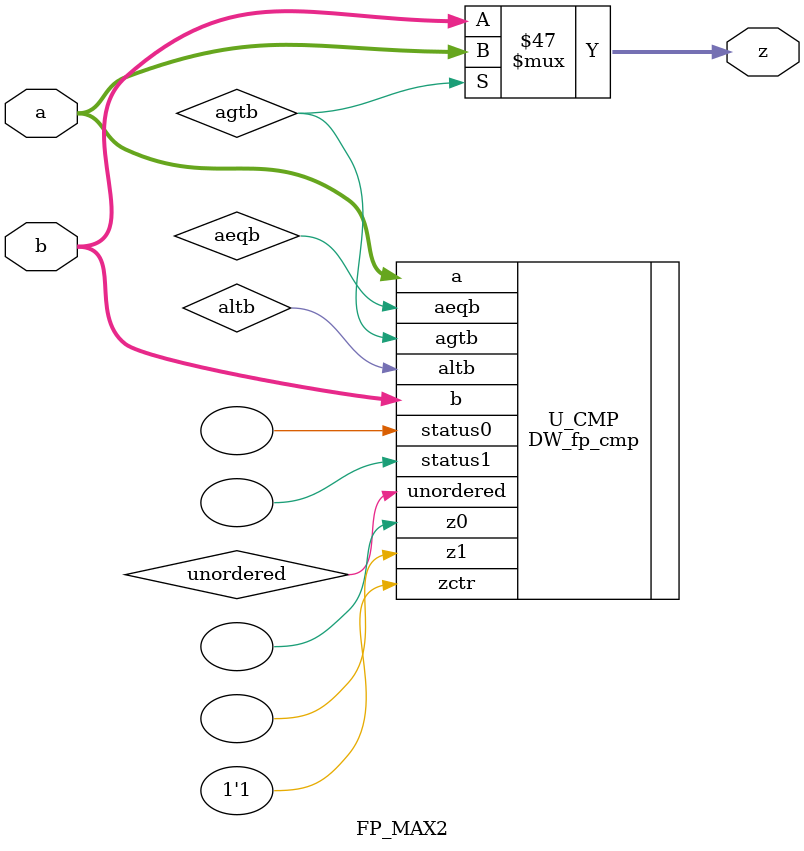
<source format=v>

module CNN(
    // Input Port
    clk,
    rst_n,
    in_valid,
    Image,
    Kernel_ch1,
    Kernel_ch2,
	Weight_Bias,
    task_number,
    mode,
    capacity_cost,
    // Output Port
    out_valid,
    out
    );

//---------------------------------------------------------------------
//   PARAMETER
//---------------------------------------------------------------------

// IEEE floating point parameter (You can't modify these parameters)
parameter inst_sig_width = 23;
parameter inst_exp_width = 8;
parameter inst_ieee_compliance = 0;
parameter inst_arch_type = 0;
parameter inst_arch = 0;
parameter inst_faithful_round = 0;

input           clk, rst_n, in_valid;
input   [31:0]  Image;
input   [31:0]  Kernel_ch1;
input   [31:0]  Kernel_ch2;
input   [31:0]  Weight_Bias;
input           task_number;
input   [1:0]   mode;
input   [3:0]   capacity_cost;
output  reg         out_valid;
output  reg [31:0]  out;



// PARAMETER & INTERGER
parameter   IDLE    = 2'd0,
            TASK0   = 2'd1,
            TASK1   = 2'd2;

parameter NUM_ADD   = 19,
          NUM_MULT  = 18;

parameter CONV_START = 8, ACT_START = 86, LINEAR_START = 96, LINEAR_START_2 = 102, SOFT_MAX_START = 105;
parameter [31:0] FP32_ONE     = 32'b00111111100000000000000000000000;
parameter [31:0] FP32_NEG_ONE = 32'b10111111100000000000000000000000;
parameter [31:0] LEAKY_ALPHA  = 32'b00111100001000111101011100001010;
parameter [31:0] ZERO         = 32'b00000000000000000000000000000000;
integer i, j, k;
integer r0, r1, r2, c0, c1, c2;

// REG & WIRE
reg [1:0]  cs, ns;
reg        out_valid_n;
reg [31:0] out_n;

reg [31:0] Image_Map       [0:5][0:5];
reg [31:0] Image_Map_n     [0:5][0:5];
reg [31:0] CONV_result     [0:1][0:5][0:5];
reg [31:0] CONV_result_n   [0:1][0:5][0:5];
reg [31:0] Kernel_A        [0:8];
reg [31:0] Kernel_A_n      [0:8];
reg [31:0] Kernel_B        [0:8];
reg [31:0] Kernel_B_n      [0:8];
reg [31:0] Kernel_C        [0:8];
reg [31:0] Kernel_C_n      [0:8];
reg [31:0] Kernel_D        [0:8];
reg [31:0] Kernel_D_n      [0:8];
reg [6:0]  input_idx, input_idx_n;  
reg [2:0]  row_idx, row_idx_n, col_idx, col_idx_n;
reg [2:0]  conv_row, conv_col, conv_row_n, conv_col_n;
reg [2:0]  conv_row2, conv_col2, conv_row2_n, conv_col2_n;
reg [31:0] Pooling_MAP   [0:1][0:1][0:1];
reg [31:0] Pooling_MAP_n [0:1][0:1][0:1];
reg [31:0] mult_a        [0:NUM_MULT - 1];
reg [31:0] mult_b        [0:NUM_MULT - 1];
reg [31:0] mult_out      [0:NUM_MULT - 1]; 
reg [7:0]  status_inst;
reg [1:0]  mode_n, mode_reg;
wire[2:0]  rnd_all = 3'b000;
reg [31:0] multi_result   [0:17];
reg [31:0] multi_result_n [0:17];

reg [31:0] add_a        [0:NUM_ADD - 1];
reg [31:0] add_b        [0:NUM_ADD - 1];
reg [31:0] add_out      [0:NUM_ADD - 1];
reg        add_op       [0:NUM_ADD - 1];
reg [31:0] stage2_reg    [0:9];
reg [31:0] stage2_reg_n  [0:9];

reg [31:0] stage3_reg    [0:5];
reg [31:0] stage3_reg_n  [0:5];

reg [31:0] stage4_reg    [0:3];
reg [31:0] stage4_reg_n  [0:3];

reg [31:0] exp_in, exp_out;
reg [31:0] div_a, div_b, div_out;

reg [31:0] denominator   [0:3];
reg [31:0] denominator_n [0:3];
reg [31:0] numerator     [0:3];
reg [31:0] numerator_n   [0:3];

reg [31:0] W1   [0:4][0:7];
reg [31:0] B1;
reg [31:0] W2   [0:2][0:4];
reg [31:0] B2;

reg [31:0] W1_n [0:4][0:7];
reg [31:0] B1_n;
reg [31:0] W2_n [0:2][0:4];
reg [31:0] B2_n;

reg [31:0] Linear_Map1   [0:7];
reg [31:0] Linear_Map1_n [0:7];
reg [31:0] Linear_Map2   [0:7];
reg [31:0] Linear_Map2_n [0:7];

reg [31:0] leaky_relu_out[0:2];

reg [3:0]  combination, combination_n;
reg [5:0]  cap_cost      [0:4];
reg [5:0]  cap_cost_n    [0:4];

reg [31:0] cmp_a;
reg [31:0] cmp_b;
wire agtb, aeqb;
reg no_candidate, no_candidat_n;
reg can_pre_count, can_pre_count_n;
// DESIGNWARE
genvar gi;
generate
  for (gi = 0; gi < NUM_MULT; gi = gi + 1) begin : G_MULT
    DW_fp_mult #(inst_sig_width, inst_exp_width, inst_ieee_compliance) u_mult ( .a(mult_a[gi]), .b(mult_b[gi]), .rnd(rnd_all), .z(mult_out[gi]), .status() );
  end

  for (gi = 0; gi < NUM_ADD; gi = gi + 1) begin : G_ADD
    DW_fp_addsub #(inst_sig_width, inst_exp_width, inst_ieee_compliance) u_add ( .a(add_a[gi]), .b(add_b[gi]), .rnd(rnd_all), .z(add_out[gi]), .op(add_op[gi]), .status() );
  end
endgenerate

DW_fp_exp #(inst_sig_width, inst_exp_width, inst_ieee_compliance, inst_arch) u_exp (.a(exp_in),.z(exp_out),.status());
DW_fp_div #(inst_sig_width, inst_exp_width, inst_ieee_compliance, inst_faithful_round) u_div( .a(div_a), .b(div_b), .rnd(rnd_all), .z(div_out), .status());
DW_fp_cmp #(inst_sig_width, inst_exp_width, inst_ieee_compliance) u_cmp(.a(cmp_a), .b(cmp_b), .zctr(1'b1), .aeqb(aeqb), .altb(), .agtb(agtb), .unordered(), .z0(), .z1(), .status0(), .status1());

genvar ch, Pr, Pc;
reg [31:0] Pooling_out  [0:1][0:1][0:1];
generate
  for (ch=0; ch<2; ch=ch+1) begin: GCH
    for (Pr=0; Pr<2; Pr=Pr+1) begin: GR
      for (Pc=0; Pc<2; Pc=Pc+1) begin: GC
        wire [2:0] gr0 = Pr*3;
        wire [2:0] gc0 = Pc*3;

        wire [31:0] w00 = CONV_result[ch][gr0+0][gc0+0];
        wire [31:0] w01 = CONV_result[ch][gr0+0][gc0+1];
        wire [31:0] w02 = CONV_result[ch][gr0+0][gc0+2];
        wire [31:0] w10 = CONV_result[ch][gr0+1][gc0+0];
        wire [31:0] w11 = CONV_result[ch][gr0+1][gc0+1];
        wire [31:0] w12 = CONV_result[ch][gr0+1][gc0+2];
        wire [31:0] w20 = CONV_result[ch][gr0+2][gc0+0];
        wire [31:0] w21 = CONV_result[ch][gr0+2][gc0+1];
        wire [31:0] w22 = CONV_result[ch][gr0+2][gc0+2];

        wire [31:0] m0, m1, m2, m3, m4, m5, m6, m7;

        FP_MAX2 #(inst_sig_width,inst_exp_width,inst_ieee_compliance) M0 (.a(w00), .b(w01), .z(m0));
        FP_MAX2 #(inst_sig_width,inst_exp_width,inst_ieee_compliance) M1 (.a(w02), .b(w10), .z(m1));
        FP_MAX2 #(inst_sig_width,inst_exp_width,inst_ieee_compliance) M2 (.a(w11), .b(w12), .z(m2));
        FP_MAX2 #(inst_sig_width,inst_exp_width,inst_ieee_compliance) M3 (.a(w20), .b(w21), .z(m3));

        FP_MAX2 #(inst_sig_width,inst_exp_width,inst_ieee_compliance) M4 (.a(m0), .b(m1), .z(m4));
        FP_MAX2 #(inst_sig_width,inst_exp_width,inst_ieee_compliance) M5 (.a(m2), .b(m3), .z(m5));
        FP_MAX2 #(inst_sig_width,inst_exp_width,inst_ieee_compliance) M6 (.a(m4), .b(m5), .z(m6));
        FP_MAX2 #(inst_sig_width,inst_exp_width,inst_ieee_compliance) M7 (.a(m6), .b(w22), .z(m7)); // 9th

        always @(*) begin
          Pooling_out[ch][Pr][Pc] = m7;
        end
      end
    end
  end
endgenerate

// =================== FSM ======================
always @(posedge clk or negedge rst_n) begin
    if(!rst_n) begin
        cs <= IDLE;
    end else begin
        cs <= ns;
    end
end

always @(*) begin
    ns = cs;
    case (cs)
        IDLE: begin
            if(in_valid) begin
                if(task_number == 0) begin
                    ns = TASK0;
                end else begin
                    ns = TASK1;
                end
            end
        end 

        TASK0: begin
            if(input_idx == 111) begin
                ns = IDLE;    
            end else begin
                ns = cs;
            end
        end

        TASK1: begin
            if(input_idx == 96 || (input_idx == 36 && no_candidate) || (input_idx == 51 && can_pre_count)) begin
                ns = IDLE;
            end else begin
                ns = cs;
            end
        end
        default: ns = IDLE; 
    endcase
end

// ===============================================


// =============== Sequential ====================
always @(posedge clk or negedge rst_n) begin
    if(!rst_n) begin
        
        for(i = 0; i < 6; i = i + 1) begin
           for(j = 0; j < 6; j = j + 1) begin
             Image_Map[i][j]      <= 0;
             CONV_result[0][i][j] <= 0;
             CONV_result[1][i][j] <= 0;
           end
        end

        for(i = 0; i < 9; i = i + 1) begin
           Kernel_A[i]  <= 0;
           Kernel_B[i]  <= 0;
           Kernel_C[i]  <= 0;
           Kernel_D[i]  <= 0;
        end

        for(i = 0; i < NUM_MULT; i = i + 1) begin
           multi_result[i] <= 0;
        end
        

        for(i = 0; i < 10; i = i + 1) begin
           stage2_reg[i]   <= 0;
        end

        for(i = 0; i < 6; i = i + 1) begin
           stage3_reg[i]   <= 0;
        end

        for(i = 0; i < 4; i = i + 1) begin
           stage4_reg[i]   <= 0;
        end

        for(i = 0; i < 5; i = i + 1) begin
          for(j = 0; j < 8; j = j + 1) begin
                W1[i][j]   <= 0;
          end
        end

        for(i = 0; i < 3; i = i + 1) begin
          for(j = 0; j < 5; j = j + 1) begin
                W2[i][j]   <= 0;
          end
        end

        B1                  <= 0;
        B2                  <= 0;
        input_idx           <= 0;
        row_idx             <= 0;
        col_idx             <= 0;
        mode_reg            <= 0;
        combination         <= 0;
        conv_col            <= 0;
        conv_row            <= 0;
        conv_col2           <= 0;
        conv_row2           <= 0;
        for(i = 0; i < 5; i = i + 1) begin
            cap_cost[i]     <= 0;
        end
        for(i = 0; i < 4; i = i + 1) begin
            denominator[i]  <= 0;
            numerator[i]    <= 0;
        end
        for(i = 0; i < 2; i = i + 1) begin
          for(j = 0; j < 2; j = j + 1) begin
            Pooling_MAP[0][i][j] <= 0;
            Pooling_MAP[1][i][j] <= 0;
          end
        end

        for(i = 0; i < 8; i = i + 1) begin
            Linear_Map1[i]  <= 0;
            Linear_Map2[i]  <= 0;
        end
        
        out_valid           <= 0;
        out                 <= 0;
    end else begin
        Image_Map        <= Image_Map_n;
        Kernel_A         <= Kernel_A_n;
        Kernel_B         <= Kernel_B_n;
        Kernel_C         <= Kernel_C_n;
        Kernel_D         <= Kernel_D_n;
        input_idx        <= input_idx_n;
        row_idx          <= row_idx_n;
        col_idx          <= col_idx_n;
        conv_row         <= conv_row_n;
        conv_col2        <= conv_col2_n;
        conv_row2        <= conv_row2_n;
        conv_col         <= conv_col_n;
        CONV_result      <= CONV_result_n;
        mode_reg         <= mode_n;
        multi_result     <= multi_result_n;
        stage2_reg       <= stage2_reg_n;
        stage3_reg       <= stage3_reg_n;
        stage4_reg       <= stage4_reg_n;
        out_valid        <= out_valid_n;
        out              <= out_n;
        Pooling_MAP      <= Pooling_MAP_n;
        denominator      <= denominator_n;
        numerator        <= numerator_n;
        W1               <= W1_n;
        W2               <= W2_n;
        B1               <= B1_n;
        B2               <= B2_n;
        Linear_Map1      <= Linear_Map1_n;
        Linear_Map2      <= Linear_Map2_n;
        combination      <= combination_n;
        cap_cost         <= cap_cost_n;
        no_candidate     <= no_candidat_n;
        can_pre_count    <= can_pre_count_n;
    end
end
// ===============================================

// ============== Combinational ==================
always @(*) begin
    Image_Map_n     = Image_Map;
    Kernel_A_n      = Kernel_A;
    Kernel_B_n      = Kernel_B;
    Kernel_C_n      = Kernel_C;
    Kernel_D_n      = Kernel_D;
    input_idx_n     = input_idx;
    row_idx_n       = row_idx;
    col_idx_n       = col_idx;
    conv_row_n      = conv_row;
    conv_col_n      = conv_col;
    conv_row2_n     = conv_row2;
    conv_col2_n     = conv_col2;
    CONV_result_n   = CONV_result;
    mode_n          = mode_reg;
    multi_result_n  = multi_result;
    stage2_reg_n    = stage2_reg;
    stage3_reg_n    = stage3_reg;
    stage4_reg_n    = stage4_reg;
    Pooling_MAP_n   = Pooling_MAP;
    out_n           = 0;
    out_valid_n     = 0;
    denominator_n   = denominator;
    numerator_n     = numerator;
    W1_n            = W1;
    W2_n            = W2;
    B1_n            = B1;
    B2_n            = B2;
    Linear_Map1_n   = Linear_Map1;
    Linear_Map2_n   = Linear_Map2;
    exp_in          = 0;
    div_a           = 0;
    div_b           = 0;
    combination_n   = combination;
    cap_cost_n      = cap_cost;
    cmp_a           = 0;
    cmp_b           = 0;
    no_candidat_n   = no_candidate;
    can_pre_count_n = can_pre_count;

    for(i = 0; i < 3; i = i + 1) begin
        leaky_relu_out[i] = 0;
    end
    for (i = 0; i < NUM_MULT; i = i + 1) begin
        mult_a[i]  = 0;
        mult_b[i]  = 0;
    end
    for (i = 0; i < NUM_ADD; i = i + 1) begin
        add_a[i]   = 0;
        add_b[i]   = 0;
        add_op[i]  = 0;
    end
    
    if(cs == IDLE) begin
        for(i = 0; i < 6; i = i + 1) begin
            for(j = 0; j < 6; j = j + 1) begin
              Image_Map_n[i][j]      = 0;
              CONV_result_n[0][i][j] = 0;
              CONV_result_n[1][i][j] = 0;
            end
        end
        for(i = 0; i < 9; i = i + 1) begin
            Kernel_A_n[i]  = 0;
            Kernel_B_n[i]  = 0;
            Kernel_C_n[i]  = 0;
            Kernel_D_n[i]  = 0;
        end
        for(i = 0; i < 10; i = i + 1) begin
           stage2_reg_n[i] = 0;
        end

        for(i = 0; i < 6; i = i + 1) begin
           stage3_reg_n[i] = 0;
        end

        for(i = 0; i < 4; i = i + 1) begin
           stage4_reg_n[i] = 0;
        end
        for(i = 0; i < 2; i = i + 1) begin
          for(j = 0; j < 2; j = j + 1) begin
            Pooling_MAP_n[0][i][j] = 0;
            Pooling_MAP_n[1][i][j] = 0;
          end
        end

        for(i = 0; i < 8; i = i + 1) begin
            Linear_Map1_n[i]  = 0;
            Linear_Map2_n[i]  = 0;
        end
        input_idx_n = 0;
        mode_n      = 0;
        out_valid_n = 0;
        out_n       = 0;
        if(in_valid) begin
            Image_Map_n[0][0] = Image;
            Kernel_A_n [8]    = Kernel_ch1;
            Kernel_B_n [8]    = Kernel_ch2;
            input_idx_n     = 1;
            row_idx_n       = 0;
            col_idx_n       = 1;
            conv_row_n      = 0;
            conv_col_n      = 0;
            conv_row2_n     = 0;
            conv_col2_n     = 0;
            mode_n          = mode;
            B2_n            = Weight_Bias;
            combination_n   = 0;
            cap_cost_n[4]   = capacity_cost;
            no_candidat_n   = 1;
            can_pre_count_n = 0;
        end
    end

    if(cs == TASK0 || cs == TASK1) begin
        input_idx_n  = input_idx + 1;
        col_idx_n    = col_idx == 5 ? 0 : col_idx + 1;
        row_idx_n    = col_idx == 5 ? row_idx + 1 : row_idx;
        if (row_idx == 5 && col_idx == 5) begin
            row_idx_n = 0;
            col_idx_n = 0;
        end

        
        
        if (input_idx == 43) begin
            conv_row_n = 0;
            conv_col_n = 0;
        end
        
        if(input_idx < 9) begin
            Kernel_A_n[8] = Kernel_ch1;
            Kernel_B_n[8] = Kernel_ch2;
            for(i = 0; i < 8; i = i + 1) begin
                Kernel_A_n[i] = Kernel_A[i + 1];
                Kernel_B_n[i] = Kernel_B[i + 1];
            end
        end else if(input_idx < 18) begin
            Kernel_C_n[8] = Kernel_ch1;
            Kernel_D_n[8] = Kernel_ch2;
            for(i = 0; i < 8; i = i + 1) begin
                Kernel_C_n[i] = Kernel_C[i + 1];
                Kernel_D_n[i] = Kernel_D[i + 1];
            end
        end

        // 1st convolution
        if(input_idx > CONV_START && input_idx < CONV_START + 37) begin //after 8 cycles of input, the kernel is done.
            conv_col_n = conv_col == 5 ? 0 : conv_col + 1;
            conv_row_n = conv_col == 5 ? conv_row == 5 ? 0: conv_row + 1 : conv_row;
            mult_a[ 0] = Kernel_A[ 0];
            mult_a[ 1] = Kernel_A[ 1];
            mult_a[ 2] = Kernel_A[ 2];
            mult_a[ 3] = Kernel_A[ 3];
            mult_a[ 4] = Kernel_A[ 4];
            mult_a[ 5] = Kernel_A[ 5];
            mult_a[ 6] = Kernel_A[ 6];
            mult_a[ 7] = Kernel_A[ 7];
            mult_a[ 8] = Kernel_A[ 8];
            mult_a[ 9] = Kernel_B[ 0];
            mult_a[10] = Kernel_B[ 1];
            mult_a[11] = Kernel_B[ 2];
            mult_a[12] = Kernel_B[ 3];
            mult_a[13] = Kernel_B[ 4];
            mult_a[14] = Kernel_B[ 5];
            mult_a[15] = Kernel_B[ 6];
            mult_a[16] = Kernel_B[ 7];
            mult_a[17] = Kernel_B[ 8];
            
            // 0, 1, 2
            // 3, 4, 5
            // 6, 7, 8
            r1 = conv_row;  c1 = conv_col;

            if (mode_reg[1] == 1'b0) begin
                // replicate
                r0 = (conv_row == 0) ? 0 : (conv_row - 1);
                r2 = (conv_row == 5) ? 5 : (conv_row + 1);
                c0 = (conv_col == 0) ? 0 : (conv_col - 1);
                c2 = (conv_col == 5) ? 5 : (conv_col + 1);
            end else begin
                // reflect
                r0 = (conv_row == 0) ? 1 : (conv_row - 1);
                r2 = (conv_row == 5) ? 4 : (conv_row + 1);
                c0 = (conv_col == 0) ? 1 : (conv_col - 1);
                c2 = (conv_col == 5) ? 4 : (conv_col + 1);
            end

            // ====== Pipeline Stage1 =======

            mult_b[0]          = Image_Map[r0][c0];
            mult_b[1]          = Image_Map[r0][c1];
            mult_b[2]          = Image_Map[r0][c2];
            mult_b[3]          = Image_Map[r1][c0];
            mult_b[4]          = Image_Map[r1][c1];
            mult_b[5]          = Image_Map[r1][c2];
            mult_b[6]          = Image_Map[r2][c0];
            mult_b[7]          = Image_Map[r2][c1];
            mult_b[8]          = Image_Map[r2][c2];

            mult_b[ 9]         = mult_b[0];
            mult_b[10]         = mult_b[1];
            mult_b[11]         = mult_b[2];
            mult_b[12]         = mult_b[3];
            mult_b[13]         = mult_b[4];
            mult_b[14]         = mult_b[5];
            mult_b[15]         = mult_b[6];
            mult_b[16]         = mult_b[7];
            mult_b[17]         = mult_b[8];
            
            multi_result_n[ 0] = mult_out[ 0];
            multi_result_n[ 1] = mult_out[ 1]; 
            multi_result_n[ 2] = mult_out[ 2]; 
            multi_result_n[ 3] = mult_out[ 3]; 
            multi_result_n[ 4] = mult_out[ 4]; 
            multi_result_n[ 5] = mult_out[ 5]; 
            multi_result_n[ 6] = mult_out[ 6]; 
            multi_result_n[ 7] = mult_out[ 7]; 
            multi_result_n[ 8] = mult_out[ 8]; 
            multi_result_n[ 9] = mult_out[ 9]; 
            multi_result_n[10] = mult_out[10]; 
            multi_result_n[11] = mult_out[11]; 
            multi_result_n[12] = mult_out[12]; 
            multi_result_n[13] = mult_out[13]; 
            multi_result_n[14] = mult_out[14]; 
            multi_result_n[15] = mult_out[15]; 
            multi_result_n[16] = mult_out[16];
            multi_result_n[17] = mult_out[17];
            // ==============================

            // ====== Pipeline Stage2 =======
            add_a[ 0]          = multi_result[ 0];
            add_b[ 0]          = multi_result[ 1];
            add_a[ 1]          = multi_result[ 2];
            add_b[ 1]          = multi_result[ 3];
            add_a[ 2]          = multi_result[ 4];
            add_b[ 2]          = multi_result[ 5];
            add_a[ 3]          = multi_result[ 6];
            add_b[ 3]          = multi_result[ 7];

            
            add_a[ 4]          = multi_result[ 9];
            add_b[ 4]          = multi_result[10];
            add_a[ 5]          = multi_result[11];
            add_b[ 5]          = multi_result[12];
            add_a[ 6]          = multi_result[13];
            add_b[ 6]          = multi_result[14];
            add_a[ 7]          = multi_result[15];
            add_b[ 7]          = multi_result[16];


            stage2_reg_n[0]    = add_out[0];
            stage2_reg_n[1]    = add_out[1];
            stage2_reg_n[2]    = add_out[2];
            stage2_reg_n[3]    = add_out[3];

            stage2_reg_n[4]    = add_out[4];
            stage2_reg_n[5]    = add_out[5];
            stage2_reg_n[6]    = add_out[6];
            stage2_reg_n[7]    = add_out[7];

            stage2_reg_n[8]    = multi_result[ 8];
            stage2_reg_n[9]    = multi_result[17];
            
            // ==============================

            // ====== Pipeline Stage3 =======
            add_a[ 8]          = stage2_reg[0];
            add_b[ 8]          = stage2_reg[1];
            add_a[ 9]          = stage2_reg[2];
            add_b[ 9]          = stage2_reg[3];

            add_a[10]          = stage2_reg[4];
            add_b[10]          = stage2_reg[5];
            add_a[11]          = stage2_reg[6];
            add_b[11]          = stage2_reg[7];
            
            stage3_reg_n[0]    = add_out[ 8];
            stage3_reg_n[1]    = add_out[ 9];
            stage3_reg_n[2]    = add_out[10];
            stage3_reg_n[3]    = add_out[11];

            stage3_reg_n[4]    = stage2_reg[ 8];
            stage3_reg_n[5]    = stage2_reg[ 9];
    
            // ==============================

            // ====== Pipeline Stage4 =======
            add_a[12]          = stage3_reg[0];
            add_b[12]          = stage3_reg[1];
            add_a[13]          = stage3_reg[2];
            add_b[13]          = stage3_reg[3];

            stage4_reg_n[0]    = add_out[12];
            stage4_reg_n[1]    = add_out[13];
            stage4_reg_n[2]    = stage3_reg[4];
            stage4_reg_n[3]    = stage3_reg[5];
            // ==============================

            // ====== Pipeline Stage5 =======
            add_a[14]          = stage4_reg[0];
            add_b[14]          = stage4_reg[2];
            add_a[15]          = stage4_reg[1];
            add_b[15]          = stage4_reg[3];
            // ==============================

        end
        
        
    end

    if(cs == TASK0) begin
        
        if(input_idx < 72) Image_Map_n[row_idx][col_idx] = Image;

        //weight
        if (input_idx < 57) begin

            B2_n = Weight_Bias;
            for (j = 0; j < 4; j = j + 1)  W2_n[2][j] = W2[2][j+1];
            W2_n[2][4] = B2;                // last of W2 takes previous B2
            for (j = 0; j < 4; j = j + 1)  W2_n[1][j] = W2[1][j+1];
            W2_n[1][4] = W2[2][0];
            for (j = 0; j < 4; j = j + 1)  W2_n[0][j] = W2[0][j+1];
            W2_n[0][4] = W2[1][0];
            B1_n = W2[0][0];
            for (j = 0; j < 7; j = j + 1)  W1_n[4][j] = W1[4][j+1];
            W1_n[4][7] = B1;
            for (j = 0; j < 7; j = j + 1)  W1_n[3][j] = W1[3][j+1];
            W1_n[3][7] = W1[4][0];
            for (j = 0; j < 7; j = j + 1)  W1_n[2][j] = W1[2][j+1];
            W1_n[2][7] = W1[3][0];
            for (j = 0; j < 7; j = j + 1)  W1_n[1][j] = W1[1][j+1];
            W1_n[1][7] = W1[2][0];
            for (j = 0; j < 7; j = j + 1)  W1_n[0][j] = W1[0][j+1];
            W1_n[0][7] = W1[1][0];
        end

        // to store the 1st conv result
        if(input_idx > CONV_START + 4 && input_idx < CONV_START + 41) begin
          for(i = 0; i < 6; i = i + 1) begin
            for(j = 0; j < 5; j = j + 1) begin
                CONV_result_n[0][i][j] = CONV_result[0][i][j+1];
                CONV_result_n[1][i][j] = CONV_result[1][i][j+1];
            end
          end
          for(i = 0; i < 5; i = i + 1) begin
            CONV_result_n[0][i][5] = CONV_result[0][i + 1][0];
            CONV_result_n[1][i][5] = CONV_result[1][i + 1][0];   
          end

          CONV_result_n[0][5][5] = add_out[14];
          CONV_result_n[1][5][5] = add_out[15];
        end

        
        // image 1 convolution
        if (input_idx > 44 && input_idx < 85) begin
            // === S1: feed multipliers ===
            conv_col_n = (conv_col == 5) ? 0 : (conv_col + 1);
            conv_row_n = (conv_col == 5) ? (conv_row + 1) :  conv_row;

            mult_a[ 0] = Kernel_C[ 0];
            mult_a[ 1] = Kernel_C[ 1];
            mult_a[ 2] = Kernel_C[ 2];
            mult_a[ 3] = Kernel_C[ 3];
            mult_a[ 4] = Kernel_C[ 4];
            mult_a[ 5] = Kernel_C[ 5];
            mult_a[ 6] = Kernel_C[ 6];
            mult_a[ 7] = Kernel_C[ 7];
            mult_a[ 8] = Kernel_C[ 8];
            mult_a[ 9] = Kernel_D[ 0];
            mult_a[10] = Kernel_D[ 1];
            mult_a[11] = Kernel_D[ 2];
            mult_a[12] = Kernel_D[ 3];
            mult_a[13] = Kernel_D[ 4];
            mult_a[14] = Kernel_D[ 5];
            mult_a[15] = Kernel_D[ 6];
            mult_a[16] = Kernel_D[ 7];
            mult_a[17] = Kernel_D[ 8];

            r1 = conv_row;  c1 = conv_col;
            if (mode_reg[1] == 1'b0) begin
                // replicate
                r0 = (conv_row == 0) ? 0 : (conv_row - 1);
                r2 = (conv_row == 5) ? 5 : (conv_row + 1);
                c0 = (conv_col == 0) ? 0 : (conv_col - 1);
                c2 = (conv_col == 5) ? 5 : (conv_col + 1);
            end else begin
                // reflect
                r0 = (conv_row == 0) ? 1 : (conv_row - 1);
                r2 = (conv_row == 5) ? 4 : (conv_row + 1);
                c0 = (conv_col == 0) ? 1 : (conv_col - 1);
                c2 = (conv_col == 5) ? 4 : (conv_col + 1);
            end

            mult_b[0]  = Image_Map[r0][c0];
            mult_b[1]  = Image_Map[r0][c1];
            mult_b[2]  = Image_Map[r0][c2];
            mult_b[3]  = Image_Map[r1][c0];
            mult_b[4]  = Image_Map[r1][c1];
            mult_b[5]  = Image_Map[r1][c2];
            mult_b[6]  = Image_Map[r2][c0];
            mult_b[7]  = Image_Map[r2][c1];
            mult_b[8]  = Image_Map[r2][c2];

            mult_b[ 9] = mult_b[0];
            mult_b[10] = mult_b[1];
            mult_b[11] = mult_b[2];
            mult_b[12] = mult_b[3];
            mult_b[13] = mult_b[4];
            mult_b[14] = mult_b[5];
            mult_b[15] = mult_b[6];
            mult_b[16] = mult_b[7];
            mult_b[17] = mult_b[8];


            multi_result_n[ 0] = mult_out[ 0];
            multi_result_n[ 1] = mult_out[ 1];
            multi_result_n[ 2] = mult_out[ 2];
            multi_result_n[ 3] = mult_out[ 3];
            multi_result_n[ 4] = mult_out[ 4];
            multi_result_n[ 5] = mult_out[ 5];
            multi_result_n[ 6] = mult_out[ 6];
            multi_result_n[ 7] = mult_out[ 7];
            multi_result_n[ 8] = mult_out[ 8];
            multi_result_n[ 9] = mult_out[ 9];
            multi_result_n[10] = mult_out[10];
            multi_result_n[11] = mult_out[11];
            multi_result_n[12] = mult_out[12];
            multi_result_n[13] = mult_out[13];
            multi_result_n[14] = mult_out[14];
            multi_result_n[15] = mult_out[15];
            multi_result_n[16] = mult_out[16];
            multi_result_n[17] = mult_out[17];


            add_a[ 0] = multi_result[ 0];  add_b[ 0] = multi_result[ 1];
            add_a[ 1] = multi_result[ 2];  add_b[ 1] = multi_result[ 3];
            add_a[ 2] = multi_result[ 4];  add_b[ 2] = multi_result[ 5];
            add_a[ 3] = multi_result[ 6];  add_b[ 3] = multi_result[ 7];

            add_a[ 4] = multi_result[ 9];  add_b[ 4] = multi_result[10];
            add_a[ 5] = multi_result[11];  add_b[ 5] = multi_result[12];
            add_a[ 6] = multi_result[13];  add_b[ 6] = multi_result[14];
            add_a[ 7] = multi_result[15];  add_b[ 7] = multi_result[16];

            stage2_reg_n[0] = add_out[0];
            stage2_reg_n[1] = add_out[1];
            stage2_reg_n[2] = add_out[2];
            stage2_reg_n[3] = add_out[3];

            stage2_reg_n[4] = add_out[4];
            stage2_reg_n[5] = add_out[5];
            stage2_reg_n[6] = add_out[6];
            stage2_reg_n[7] = add_out[7];

            stage2_reg_n[8] = multi_result[ 8];
            stage2_reg_n[9] = multi_result[17];


            add_a[ 8]  = stage2_reg[0];  add_b[ 8]  = stage2_reg[1];
            add_a[ 9]  = stage2_reg[2];  add_b[ 9]  = stage2_reg[3];
            add_a[10]  = stage2_reg[4];  add_b[10]  = stage2_reg[5];
            add_a[11]  = stage2_reg[6];  add_b[11]  = stage2_reg[7];

            stage3_reg_n[0] = add_out[ 8];
            stage3_reg_n[1] = add_out[ 9];
            stage3_reg_n[2] = add_out[10];
            stage3_reg_n[3] = add_out[11];

            stage3_reg_n[4] = stage2_reg[ 8];
            stage3_reg_n[5] = stage2_reg[ 9];


            add_a[12]  = stage3_reg[0];  add_b[12] = stage3_reg[1];
            add_a[13]  = stage3_reg[2];  add_b[13] = stage3_reg[3];

            stage4_reg_n[0] = add_out[12];
            stage4_reg_n[1] = add_out[13];
            stage4_reg_n[2] = stage3_reg[4];
            stage4_reg_n[3] = stage3_reg[5];


            add_a[14]  = stage4_reg[0];  add_b[14] = stage4_reg[2];
            add_a[15]  = stage4_reg[1];  add_b[15] = stage4_reg[3];
        end

        if(input_idx > 48 && input_idx < 85) begin
            add_a[16] = add_out[14];
            add_b[16] = CONV_result[0][0][0];
            add_a[17] = add_out[15];
            add_b[17] = CONV_result[1][0][0];
          for(i = 0; i < 6; i = i + 1) begin
            for(j = 0; j < 5; j = j + 1) begin
                CONV_result_n[0][i][j] = CONV_result[0][i][j+1];
                CONV_result_n[1][i][j] = CONV_result[1][i][j+1];
            end
          end
          for(i = 0; i < 5; i = i + 1) begin
            CONV_result_n[0][i][5] = CONV_result[0][i + 1][0];
            CONV_result_n[1][i][5] = CONV_result[1][i + 1][0];   
          end

          CONV_result_n[0][5][5] = add_out[16];
          CONV_result_n[1][5][5] = add_out[17];
        end
      
        // ====== Max Pooling =======
        if(input_idx == 85) begin
            for (i = 0; i < 2; i = i + 1) begin
                for (j = 0; j < 2; j = j + 1) begin
                    Pooling_MAP_n[0][i][j] = Pooling_out[0][i][j]; // channel 0
                    Pooling_MAP_n[1][i][j] = Pooling_out[1][i][j]; // channel 1
                end
            end
        end
        // ==========================

        // ====== MULT 2 if mode[0] = 1 ==========


        // ====== Activation Function =======
        if(input_idx == ACT_START) begin
            if(mode_reg[0] == 1) begin
                exp_in           = {~Pooling_MAP[0][0][0][31], Pooling_MAP[0][0][0][30:0]};
                numerator_n[0]   = Pooling_MAP[0][0][0];
                denominator_n[0] = exp_out;
            end else begin
                exp_in           = {Pooling_MAP[0][0][0][31], Pooling_MAP[0][0][0][30:23] + 8'd1, Pooling_MAP[0][0][0][22:0]};
                numerator_n[0]   = exp_out;
                denominator_n[0] = exp_out;
            end
        end

        if(input_idx == ACT_START + 1) begin
            if(mode_reg[0] == 1) begin
                exp_in           = {~Pooling_MAP[0][0][1][31], Pooling_MAP[0][0][1][30:0]};
                numerator_n[0]   = Pooling_MAP[0][0][1];
                denominator_n[0] = exp_out;

            end else begin
                exp_in           = {Pooling_MAP[0][0][1][31], Pooling_MAP[0][0][1][30:23] + 8'd1, Pooling_MAP[0][0][1][22:0]};
                numerator_n[0]   = exp_out;
                denominator_n[0] = exp_out;


            end
        end

        if(input_idx == ACT_START + 2) begin
            if(mode_reg[0] == 1) begin
                exp_in           = {~Pooling_MAP[0][1][0][31], Pooling_MAP[0][1][0][30:0]};
                numerator_n[0]   = Pooling_MAP[0][1][0];
                denominator_n[0] = exp_out;
                
            end else begin
                exp_in           = {Pooling_MAP[0][1][0][31], Pooling_MAP[0][1][0][30:23] + 8'd1, Pooling_MAP[0][1][0][22:0]};
                numerator_n[0]   = exp_out;
                denominator_n[0] = exp_out;
            end
        end

        if(input_idx == ACT_START + 3) begin
            if(mode_reg[0] == 1) begin
                exp_in           = {~Pooling_MAP[0][1][1][31], Pooling_MAP[0][1][1][30:0]};
                numerator_n[0]   = Pooling_MAP[0][1][1];
                denominator_n[0] = exp_out;
            end else begin
                exp_in           = {Pooling_MAP[0][1][1][31], Pooling_MAP[0][1][1][30:23] + 8'd1, Pooling_MAP[0][1][1][22:0]};
                numerator_n[0]   = exp_out;
                denominator_n[0] = exp_out;
            end
        end

        if(input_idx == ACT_START + 4) begin
            if(mode_reg[0] == 1) begin
                exp_in           = {~Pooling_MAP[1][0][0][31], Pooling_MAP[1][0][0][30:0]};
                numerator_n[0]   = Pooling_MAP[1][0][0];
                denominator_n[0] = exp_out;
            end else begin
                exp_in           = {Pooling_MAP[1][0][0][31], Pooling_MAP[1][0][0][30:23] + 8'd1, Pooling_MAP[1][0][0][22:0]};
                numerator_n[0]   = exp_out;
                denominator_n[0] = exp_out;
            end
        end

        if(input_idx == ACT_START + 5) begin
            if(mode_reg[0] == 1) begin
                exp_in           = {~Pooling_MAP[1][0][1][31], Pooling_MAP[1][0][1][30:0]};
                numerator_n[0]   = Pooling_MAP[1][0][1];
                denominator_n[0] = exp_out;
            end else begin
                exp_in           = {Pooling_MAP[1][0][1][31], Pooling_MAP[1][0][1][30:23] + 8'd1, Pooling_MAP[1][0][1][22:0]};
                numerator_n[0]   = exp_out;
                denominator_n[0] = exp_out;
            end
        end

        if(input_idx == ACT_START + 6) begin
            if(mode_reg[0] == 1) begin
                exp_in           = {~Pooling_MAP[1][1][0][31], Pooling_MAP[1][1][0][30:0]};
                numerator_n[0]   = Pooling_MAP[1][1][0];
                denominator_n[0] = exp_out;
            end else begin
                exp_in           = {Pooling_MAP[1][1][0][31], Pooling_MAP[1][1][0][30:23] + 8'd1, Pooling_MAP[1][1][0][22:0]};
                numerator_n[0]   = exp_out;
                denominator_n[0] = exp_out;
            end
        end

        if(input_idx == ACT_START + 7) begin
            if(mode_reg[0] == 1) begin
                exp_in           = {~Pooling_MAP[1][1][1][31], Pooling_MAP[1][1][1][30:0]};
                numerator_n[0]   = Pooling_MAP[1][1][1];
                denominator_n[0] = exp_out;
            end else begin
                exp_in           = {Pooling_MAP[1][1][1][31], Pooling_MAP[1][1][1][30:23] + 8'd1, Pooling_MAP[1][1][1][22:0]};
                numerator_n[0]   = exp_out;
                denominator_n[0] = exp_out;
            end
        end

        if(input_idx > ACT_START && input_idx < ACT_START + 10) begin
            if(mode_reg[0] == 1) begin
                // pipe stage 2
                numerator_n[1]   = numerator[0];
                add_a[1]         = denominator[0];
                add_b[1]         = FP32_ONE;
                denominator_n[1] = add_out[1];

                //pipe stage 3
                div_a            = numerator[1];
                div_b            = denominator[1];
            end else begin
                //pipe stage 2
                add_a[0]         = numerator[0];
                add_b[0]         = FP32_NEG_ONE;
                add_a[1]         = denominator[0];
                add_b[1]         = FP32_ONE;
                numerator_n[1]   = add_out[0];
                denominator_n[1] = add_out[1];
                //pipe stage 3
                div_a            = numerator[1];
                div_b            = denominator[1];
            end
        end

        // add 
        if(input_idx == ACT_START + 2) begin
            Pooling_MAP_n[0][0][0] = div_out;
        end
        if(input_idx == ACT_START + 3) begin
            Pooling_MAP_n[0][0][1] = div_out;
        end
        if(input_idx == ACT_START + 4) begin
            Pooling_MAP_n[0][1][0] = div_out;
        end
        if(input_idx == ACT_START + 5) begin
            Pooling_MAP_n[0][1][1] = div_out;
        end
        if(input_idx == ACT_START + 6) begin
            Pooling_MAP_n[1][0][0] = div_out;
        end
        if(input_idx == ACT_START + 7) begin
            Pooling_MAP_n[1][0][1] = div_out;
        end
        if(input_idx == ACT_START + 8) begin
            Pooling_MAP_n[1][1][0] = div_out;
        end
        if(input_idx == ACT_START + 9) begin
            Pooling_MAP_n[1][1][1] = div_out;
        end
        // ===================================

        // =========== Linear 1================
        if(input_idx == LINEAR_START) begin
            mult_a[ 0] = W1[0][0];
            mult_a[ 1] = W1[0][1];
            mult_a[ 2] = W1[0][2];
            mult_a[ 3] = W1[0][3];
            mult_a[ 4] = W1[0][4];
            mult_a[ 5] = W1[0][5];
            mult_a[ 6] = W1[0][6];
            mult_a[ 7] = W1[0][7];
            mult_a[ 8] = W1[1][0];
            mult_a[ 9] = W1[1][1];
            mult_a[10] = W1[1][2];
            mult_a[11] = W1[1][3];
            mult_a[12] = W1[1][4];
            mult_a[13] = W1[1][5];
            mult_a[14] = W1[1][6];
            mult_a[15] = W1[1][7];

            mult_b[ 0] = Pooling_MAP[0][0][0];
            mult_b[ 1] = Pooling_MAP[0][0][1];
            mult_b[ 2] = Pooling_MAP[0][1][0];
            mult_b[ 3] = Pooling_MAP[0][1][1];
            mult_b[ 4] = Pooling_MAP[1][0][0];
            mult_b[ 5] = Pooling_MAP[1][0][1];
            mult_b[ 6] = Pooling_MAP[1][1][0];
            mult_b[ 7] = Pooling_MAP[1][1][1];
            mult_b[ 8] = Pooling_MAP[0][0][0];
            mult_b[ 9] = Pooling_MAP[0][0][1];
            mult_b[10] = Pooling_MAP[0][1][0];
            mult_b[11] = Pooling_MAP[0][1][1];
            mult_b[12] = Pooling_MAP[1][0][0];
            mult_b[13] = Pooling_MAP[1][0][1];
            mult_b[14] = Pooling_MAP[1][1][0];
            mult_b[15] = Pooling_MAP[1][1][1];

            multi_result_n[ 0] = mult_out[ 0];
            multi_result_n[ 1] = mult_out[ 1]; 
            multi_result_n[ 2] = mult_out[ 2]; 
            multi_result_n[ 3] = mult_out[ 3]; 
            multi_result_n[ 4] = mult_out[ 4]; 
            multi_result_n[ 5] = mult_out[ 5]; 
            multi_result_n[ 6] = mult_out[ 6]; 
            multi_result_n[ 7] = mult_out[ 7]; 
            multi_result_n[ 8] = mult_out[ 8]; 
            multi_result_n[ 9] = mult_out[ 9]; 
            multi_result_n[10] = mult_out[10]; 
            multi_result_n[11] = mult_out[11]; 
            multi_result_n[12] = mult_out[12]; 
            multi_result_n[13] = mult_out[13]; 
            multi_result_n[14] = mult_out[14]; 
            multi_result_n[15] = mult_out[15]; 
        end

        if(input_idx == LINEAR_START + 1) begin
            mult_a[ 0] = W1[2][0];
            mult_a[ 1] = W1[2][1];
            mult_a[ 2] = W1[2][2];
            mult_a[ 3] = W1[2][3];
            mult_a[ 4] = W1[2][4];
            mult_a[ 5] = W1[2][5];
            mult_a[ 6] = W1[2][6];
            mult_a[ 7] = W1[2][7];
            mult_a[ 8] = W1[3][0];
            mult_a[ 9] = W1[3][1];
            mult_a[10] = W1[3][2];
            mult_a[11] = W1[3][3];
            mult_a[12] = W1[3][4];
            mult_a[13] = W1[3][5];
            mult_a[14] = W1[3][6];
            mult_a[15] = W1[3][7];

            mult_b[ 0] = Pooling_MAP[0][0][0];
            mult_b[ 1] = Pooling_MAP[0][0][1];
            mult_b[ 2] = Pooling_MAP[0][1][0];
            mult_b[ 3] = Pooling_MAP[0][1][1];
            mult_b[ 4] = Pooling_MAP[1][0][0];
            mult_b[ 5] = Pooling_MAP[1][0][1];
            mult_b[ 6] = Pooling_MAP[1][1][0];
            mult_b[ 7] = Pooling_MAP[1][1][1];
            mult_b[ 8] = Pooling_MAP[0][0][0];
            mult_b[ 9] = Pooling_MAP[0][0][1];
            mult_b[10] = Pooling_MAP[0][1][0];
            mult_b[11] = Pooling_MAP[0][1][1];
            mult_b[12] = Pooling_MAP[1][0][0];
            mult_b[13] = Pooling_MAP[1][0][1];
            mult_b[14] = Pooling_MAP[1][1][0];
            mult_b[15] = Pooling_MAP[1][1][1];

            multi_result_n[ 0] = mult_out[ 0];
            multi_result_n[ 1] = mult_out[ 1]; 
            multi_result_n[ 2] = mult_out[ 2]; 
            multi_result_n[ 3] = mult_out[ 3]; 
            multi_result_n[ 4] = mult_out[ 4]; 
            multi_result_n[ 5] = mult_out[ 5]; 
            multi_result_n[ 6] = mult_out[ 6]; 
            multi_result_n[ 7] = mult_out[ 7]; 
            multi_result_n[ 8] = mult_out[ 8]; 
            multi_result_n[ 9] = mult_out[ 9]; 
            multi_result_n[10] = mult_out[10]; 
            multi_result_n[11] = mult_out[11]; 
            multi_result_n[12] = mult_out[12]; 
            multi_result_n[13] = mult_out[13]; 
            multi_result_n[14] = mult_out[14]; 
            multi_result_n[15] = mult_out[15]; 
        end

        if(input_idx == LINEAR_START + 2) begin
            mult_a[ 0] = W1[4][0];
            mult_a[ 1] = W1[4][1];
            mult_a[ 2] = W1[4][2];
            mult_a[ 3] = W1[4][3];
            mult_a[ 4] = W1[4][4];
            mult_a[ 5] = W1[4][5];
            mult_a[ 6] = W1[4][6];
            mult_a[ 7] = W1[4][7];
            mult_a[ 8] = W1[3][0];
            mult_a[ 9] = 0;
            mult_a[10] = 0;
            mult_a[11] = 0;
            mult_a[12] = 0;
            mult_a[13] = 0;
            mult_a[14] = 0;
            mult_a[15] = 0;

            mult_b[ 0] = Pooling_MAP[0][0][0];
            mult_b[ 1] = Pooling_MAP[0][0][1];
            mult_b[ 2] = Pooling_MAP[0][1][0];
            mult_b[ 3] = Pooling_MAP[0][1][1];
            mult_b[ 4] = Pooling_MAP[1][0][0];
            mult_b[ 5] = Pooling_MAP[1][0][1];
            mult_b[ 6] = Pooling_MAP[1][1][0];
            mult_b[ 7] = Pooling_MAP[1][1][1];
            multi_result_n[ 8] = 0;
            multi_result_n[ 9] = 0;
            multi_result_n[10] = 0;
            multi_result_n[11] = 0;
            multi_result_n[12] = 0;
            multi_result_n[13] = 0;
            multi_result_n[14] = 0;
            multi_result_n[15] = 0;

            multi_result_n[ 0] = mult_out[ 0];
            multi_result_n[ 1] = mult_out[ 1]; 
            multi_result_n[ 2] = mult_out[ 2]; 
            multi_result_n[ 3] = mult_out[ 3]; 
            multi_result_n[ 4] = mult_out[ 4]; 
            multi_result_n[ 5] = mult_out[ 5]; 
            multi_result_n[ 6] = mult_out[ 6]; 
            multi_result_n[ 7] = mult_out[ 7]; 
            multi_result_n[ 8] = mult_out[ 8]; 
            multi_result_n[ 9] = mult_out[ 9]; 
            multi_result_n[10] = mult_out[10]; 
            multi_result_n[11] = mult_out[11]; 
            multi_result_n[12] = mult_out[12]; 
            multi_result_n[13] = mult_out[13]; 
            multi_result_n[14] = mult_out[14]; 
            multi_result_n[15] = mult_out[15]; 
        end

        if(input_idx > LINEAR_START  && input_idx < LINEAR_START + 6) begin

            // stage 2
            add_a[ 0]   = multi_result[ 0];
            add_b[ 0]   = multi_result[ 1];
            add_a[ 1]   = multi_result[ 2];
            add_b[ 1]   = multi_result[ 3];
            add_a[ 2]   = multi_result[ 4];
            add_b[ 2]   = multi_result[ 5];
            add_a[ 3]   = multi_result[ 6];
            add_b[ 3]   = multi_result[ 7];
            add_a[ 4]   = multi_result[ 8];
            add_b[ 4]   = multi_result[ 9];
            add_a[ 5]   = multi_result[10];
            add_b[ 5]   = multi_result[11];
            add_a[ 6]   = multi_result[12];
            add_b[ 6]   = multi_result[13];
            add_a[ 7]   = multi_result[14];
            add_b[ 7]   = multi_result[15];

            add_a[ 8]   = add_out[ 0];
            add_b[ 8]   = add_out[ 1];
            add_a[ 9]   = add_out[ 2];
            add_b[ 9]   = add_out[ 3];
            add_a[10]   = add_out[ 4];
            add_b[10]   = add_out[ 5];
            add_a[11]   = add_out[ 6];
            add_b[11]   = add_out[ 7];

            stage2_reg_n[0] = add_out[ 8];
            stage2_reg_n[1] = add_out[ 9];
            stage2_reg_n[2] = add_out[10];
            stage2_reg_n[3] = add_out[11];

            //stage 3
            add_a[12]   = stage2_reg[0];
            add_b[12]   = stage2_reg[1];
            add_a[13]   = stage2_reg[2];
            add_b[13]   = stage2_reg[3];
            add_a[14]   = add_out[12];
            add_b[14]   = B1;
            add_a[15]   = add_out[13];
            add_b[15]   = B1;

            stage3_reg_n[0] = add_out[14];
            stage3_reg_n[1] = add_out[15];

            //stage 4 leaky relu

            mult_a[16] = stage3_reg[0];
            mult_b[16] = LEAKY_ALPHA;
            mult_a[17] = stage3_reg[1];
            mult_b[17] = LEAKY_ALPHA;

            leaky_relu_out[0] = ((stage3_reg[0][31]) && !(stage3_reg[0][30:0] == 31'b0) && !(&stage3_reg[0][30:23]) && (stage3_reg[0][22:0]!=0)) ? mult_out[16] : stage3_reg[0];
            leaky_relu_out[1] = ((stage3_reg[1][31]) && !(stage3_reg[1][30:0] == 31'b0) && !(&stage3_reg[1][30:23]) && (stage3_reg[1][22:0]!=0)) ? mult_out[17] : stage3_reg[1];
        end

        if(input_idx == LINEAR_START + 3) begin
            Linear_Map1_n[0] = leaky_relu_out[0];
            Linear_Map1_n[1] = leaky_relu_out[1];
        end

        if(input_idx == LINEAR_START + 4) begin
            Linear_Map1_n[2] = leaky_relu_out[0];
            Linear_Map1_n[3] = leaky_relu_out[1];
        end

        if(input_idx == LINEAR_START + 5) begin
            Linear_Map1_n[4] = leaky_relu_out[0];
        end

        // =========== Linear 2 ================
        if(input_idx == LINEAR_START_2) begin
            mult_a[ 0] = W2[0][0];
            mult_a[ 1] = W2[0][1];
            mult_a[ 2] = W2[0][2];
            mult_a[ 3] = W2[0][3];
            mult_a[ 4] = W2[0][4];
            mult_a[ 5] = W2[1][0];
            mult_a[ 6] = W2[1][1];
            mult_a[ 7] = W2[1][2];
            mult_a[ 8] = W2[1][3];
            mult_a[ 9] = W2[1][4];
            mult_a[10] = W2[2][0];
            mult_a[11] = W2[2][1];
            mult_a[12] = W2[2][2];
            mult_a[13] = W2[2][3];
            mult_a[14] = W2[2][4];

            mult_b[ 0] = Linear_Map1[0];
            mult_b[ 1] = Linear_Map1[1];
            mult_b[ 2] = Linear_Map1[2];
            mult_b[ 3] = Linear_Map1[3];
            mult_b[ 4] = Linear_Map1[4];
            mult_b[ 5] = Linear_Map1[0];
            mult_b[ 6] = Linear_Map1[1];
            mult_b[ 7] = Linear_Map1[2];
            mult_b[ 8] = Linear_Map1[3];
            mult_b[ 9] = Linear_Map1[4];
            mult_b[10] = Linear_Map1[0];
            mult_b[11] = Linear_Map1[1];
            mult_b[12] = Linear_Map1[2];
            mult_b[13] = Linear_Map1[3];
            mult_b[14] = Linear_Map1[4];

            multi_result_n[ 0] = mult_out[ 0];
            multi_result_n[ 1] = mult_out[ 1]; 
            multi_result_n[ 2] = mult_out[ 2]; 
            multi_result_n[ 3] = mult_out[ 3]; 
            multi_result_n[ 4] = mult_out[ 4]; 
            multi_result_n[ 5] = mult_out[ 5]; 
            multi_result_n[ 6] = mult_out[ 6]; 
            multi_result_n[ 7] = mult_out[ 7]; 
            multi_result_n[ 8] = mult_out[ 8]; 
            multi_result_n[ 9] = mult_out[ 9]; 
            multi_result_n[10] = mult_out[10]; 
            multi_result_n[11] = mult_out[11]; 
            multi_result_n[12] = mult_out[12]; 
            multi_result_n[13] = mult_out[13]; 
            multi_result_n[14] = mult_out[14]; 
        end

        if(input_idx > LINEAR_START_2  && input_idx < LINEAR_START_2 + 5) begin

            // stage 2
            add_a[ 0]   = multi_result[ 0];
            add_b[ 0]   = multi_result[ 1];
            add_a[ 1]   = multi_result[ 2];
            add_b[ 1]   = multi_result[ 3];
            add_a[ 2]   = multi_result[ 4];
            add_b[ 2]   = B2;
            add_a[ 3]   = multi_result[ 5];
            add_b[ 3]   = multi_result[ 6];
            add_a[ 4]   = multi_result[ 7];
            add_b[ 4]   = multi_result[ 8];
            add_a[ 5]   = multi_result[ 9];
            add_b[ 5]   = B2;
            add_a[ 6]   = multi_result[10];
            add_b[ 6]   = multi_result[11];
            add_a[ 7]   = multi_result[12];
            add_b[ 7]   = multi_result[13];
            add_a[ 8]   = multi_result[14];
            add_b[ 8]   = B2;

            add_a[ 9]   = add_out[0];
            add_b[ 9]   = add_out[1];
            add_a[10]   = add_out[3];
            add_b[10]   = add_out[4];
            add_a[11]   = add_out[6];
            add_b[11]   = add_out[7];

            stage2_reg_n[0] = add_out[ 9];
            stage2_reg_n[1] = add_out[10];
            stage2_reg_n[2] = add_out[11];
            stage2_reg_n[3] = add_out[2];
            stage2_reg_n[4] = add_out[5];
            stage2_reg_n[5] = add_out[8];

            //stage 3
            add_a[12]   = stage2_reg[0];
            add_b[12]   = stage2_reg[3];
            add_a[13]   = stage2_reg[1];
            add_b[13]   = stage2_reg[4];
            add_a[14]   = stage2_reg[2];
            add_b[14]   = stage2_reg[5];



            

        end

        if(input_idx == LINEAR_START_2 + 2) begin
            Linear_Map2_n[0] = add_out[12];
            Linear_Map2_n[1] = add_out[13];
            Linear_Map2_n[2] = add_out[14];
        end
        
        

        // ===================================

        // =========== Softmax ===============
        if(input_idx == SOFT_MAX_START) begin
            exp_in = Linear_Map2[0];
            Linear_Map2_n[0] = exp_out;
            
        end
        if(input_idx == SOFT_MAX_START + 1) begin
            exp_in = Linear_Map2[1];
            Linear_Map2_n[1]       = exp_out;
            Pooling_MAP_n[0][0][0] = Linear_Map2[0]; //use pooling map as register renaming
        end
        if(input_idx == SOFT_MAX_START + 2) begin
            exp_in           = Linear_Map2[2];
            Linear_Map2_n[2] = exp_out;
            add_a[0]         = Pooling_MAP[0][0][0];
            add_b[0]         = Linear_Map2[1];
            Pooling_MAP_n[0][0][0] = add_out[0];
        end
        if(input_idx == SOFT_MAX_START + 3) begin
            add_a[0]               = Pooling_MAP[0][0][0];
            add_b[0]               = Linear_Map2[2];
            Pooling_MAP_n[0][0][0] = add_out[0];
        end
        if(input_idx == SOFT_MAX_START + 4) begin
            div_a       = Linear_Map2[0];
            div_b       = Pooling_MAP[0][0][0];
            out_valid_n = 1;
            out_n       = div_out;
        end
        if(input_idx == SOFT_MAX_START + 5) begin
            div_a = Linear_Map2[1];
            div_b = Pooling_MAP[0][0][0];
            out_valid_n = 1;
            out_n       = div_out;
        end
        if(input_idx == SOFT_MAX_START + 6) begin
            div_a = Linear_Map2[2];
            div_b = Pooling_MAP[0][0][0];
            out_valid_n = 1;
            out_n       = div_out;
        end
        
        // ===================================
    end

    if(cs == TASK1) begin

        //check if capacity is enough
        if(input_idx == 5) begin
            if(cap_cost[1] <= cap_cost[0]) begin
                no_candidat_n = 0;
            end
        end
        if(input_idx == 6) begin
            if(cap_cost[2] <= cap_cost[0]) begin
                no_candidat_n = 0;
            end
        end
        if(input_idx == 7) begin
            if(cap_cost[3] <= cap_cost[0]) begin
                no_candidat_n = 0;
            end
        end
        if(input_idx == 8) begin
            if(cap_cost[4] <= cap_cost[0]) begin
                no_candidat_n   = 0;
            end
            if(cap_cost[2] > cap_cost[0] && cap_cost[4] > cap_cost[0]) begin
                can_pre_count_n = 1;
            end
        end

        if(input_idx == 36 && no_candidate) begin
            out_n       = 32'b0;
            out_valid_n = 1;
        end

        if(input_idx == 49 && can_pre_count) begin
            cmp_a = CONV_result[0][0][0];
            cmp_b = CONV_result[0][5][5];
            if(cap_cost[1] <= cap_cost[0] && agtb) begin
                CONV_result_n[0][5][5] = CONV_result[0][0][0];
                combination_n = 4'b1000;
            end
        end

        if(input_idx == 50 && can_pre_count) begin
            cmp_a = CONV_result[0][0][1];
            cmp_b = CONV_result[0][5][5];
            if(cap_cost[3] <= cap_cost[0] && agtb) begin
                CONV_result_n[0][5][5] = CONV_result[0][0][1];
                combination_n = 4'b0010;
            end
        end

        if(input_idx == 51 && can_pre_count) begin
            add_a[18] = CONV_result[0][0][0];
            add_b[18] = CONV_result[0][0][1];
            cmp_a = add_out[18];
            cmp_b = CONV_result[0][5][5];
            out_valid_n   = 1;
            if(cap_cost[1] + cap_cost[3] <= cap_cost[0] && agtb) begin
                CONV_result_n[0][5][5] = add_out[18];
                combination_n = 4'b1010;
                out_n         = 4'b1010;
            end else begin
                out_n         = combination;
            end
        end


        if(input_idx < 36) Image_Map_n[row_idx][col_idx] = Image;

        if (input_idx < 5) begin
            cap_cost_n[4]   = capacity_cost;
            cap_cost_n[3]   = cap_cost[4];
            cap_cost_n[2]   = cap_cost[3];
            cap_cost_n[1]   = cap_cost[2];
            cap_cost_n[0]   = cap_cost[1];
        end

        // to store the 1st conv result (task1: sum up)
        if(input_idx > CONV_START + 4 && input_idx < CONV_START + 41) begin
          add_a[16]              = add_out[14];
          add_b[16]              = CONV_result[0][0][0];
          add_a[17]              = add_out[15];
          add_b[17]              = CONV_result[0][0][1];
          CONV_result_n[0][0][0] = add_out[16];
          CONV_result_n[0][0][1] = add_out[17];
        end


        // image 1 convolution
        // if (input_idx > 44 && input_idx < 85) begin
        if (input_idx > 44 && input_idx < 85) begin
            // === S1: feed multipliers ===
            conv_col2_n = (conv_col2 == 5) ? 0 : (conv_col2 + 1);
            conv_row2_n = (conv_col2 == 5) ? (conv_row2 + 1) :  conv_row2;

            mult_a[ 0]  = Kernel_C[ 0];
            mult_a[ 1]  = Kernel_C[ 1];
            mult_a[ 2]  = Kernel_C[ 2];
            mult_a[ 3]  = Kernel_C[ 3];
            mult_a[ 4]  = Kernel_C[ 4];
            mult_a[ 5]  = Kernel_C[ 5];
            mult_a[ 6]  = Kernel_C[ 6];
            mult_a[ 7]  = Kernel_C[ 7];
            mult_a[ 8]  = Kernel_C[ 8];
            mult_a[ 9]  = Kernel_D[ 0];
            mult_a[10]  = Kernel_D[ 1];
            mult_a[11]  = Kernel_D[ 2];
            mult_a[12]  = Kernel_D[ 3];
            mult_a[13]  = Kernel_D[ 4];
            mult_a[14]  = Kernel_D[ 5];
            mult_a[15]  = Kernel_D[ 6];
            mult_a[16]  = Kernel_D[ 7];
            mult_a[17]  = Kernel_D[ 8];

            r1 = conv_row2;  c1 = conv_col2;
            if (mode_reg[1] == 1'b0) begin
                // replicate
                r0 = (conv_row2 == 0) ? 0 : (conv_row2 - 1);
                r2 = (conv_row2 == 5) ? 5 : (conv_row2 + 1);
                c0 = (conv_col2 == 0) ? 0 : (conv_col2 - 1);
                c2 = (conv_col2 == 5) ? 5 : (conv_col2 + 1);
            end else begin
                // reflect
                r0 = (conv_row2 == 0) ? 1 : (conv_row2 - 1);
                r2 = (conv_row2 == 5) ? 4 : (conv_row2 + 1);
                c0 = (conv_col2 == 0) ? 1 : (conv_col2 - 1);
                c2 = (conv_col2 == 5) ? 4 : (conv_col2 + 1);
            end

            mult_b[0]  = Image_Map[r0][c0];
            mult_b[1]  = Image_Map[r0][c1];
            mult_b[2]  = Image_Map[r0][c2];
            mult_b[3]  = Image_Map[r1][c0];
            mult_b[4]  = Image_Map[r1][c1];
            mult_b[5]  = Image_Map[r1][c2];
            mult_b[6]  = Image_Map[r2][c0];
            mult_b[7]  = Image_Map[r2][c1];
            mult_b[8]  = Image_Map[r2][c2];

            mult_b[ 9] = mult_b[0];
            mult_b[10] = mult_b[1];
            mult_b[11] = mult_b[2];
            mult_b[12] = mult_b[3];
            mult_b[13] = mult_b[4];
            mult_b[14] = mult_b[5];
            mult_b[15] = mult_b[6];
            mult_b[16] = mult_b[7];
            mult_b[17] = mult_b[8];


            multi_result_n[ 0] = mult_out[ 0];
            multi_result_n[ 1] = mult_out[ 1];
            multi_result_n[ 2] = mult_out[ 2];
            multi_result_n[ 3] = mult_out[ 3];
            multi_result_n[ 4] = mult_out[ 4];
            multi_result_n[ 5] = mult_out[ 5];
            multi_result_n[ 6] = mult_out[ 6];
            multi_result_n[ 7] = mult_out[ 7];
            multi_result_n[ 8] = mult_out[ 8];
            multi_result_n[ 9] = mult_out[ 9];
            multi_result_n[10] = mult_out[10];
            multi_result_n[11] = mult_out[11];
            multi_result_n[12] = mult_out[12];
            multi_result_n[13] = mult_out[13];
            multi_result_n[14] = mult_out[14];
            multi_result_n[15] = mult_out[15];
            multi_result_n[16] = mult_out[16];
            multi_result_n[17] = mult_out[17];


            add_a[ 0] = multi_result[ 0];  add_b[ 0] = multi_result[ 1];
            add_a[ 1] = multi_result[ 2];  add_b[ 1] = multi_result[ 3];
            add_a[ 2] = multi_result[ 4];  add_b[ 2] = multi_result[ 5];
            add_a[ 3] = multi_result[ 6];  add_b[ 3] = multi_result[ 7];

            add_a[ 4] = multi_result[ 9];  add_b[ 4] = multi_result[10];
            add_a[ 5] = multi_result[11];  add_b[ 5] = multi_result[12];
            add_a[ 6] = multi_result[13];  add_b[ 6] = multi_result[14];
            add_a[ 7] = multi_result[15];  add_b[ 7] = multi_result[16];

            stage2_reg_n[0] = add_out[0];
            stage2_reg_n[1] = add_out[1];
            stage2_reg_n[2] = add_out[2];
            stage2_reg_n[3] = add_out[3];

            stage2_reg_n[4] = add_out[4];
            stage2_reg_n[5] = add_out[5];
            stage2_reg_n[6] = add_out[6];
            stage2_reg_n[7] = add_out[7];

            stage2_reg_n[8] = multi_result[ 8];
            stage2_reg_n[9] = multi_result[17];


            add_a[ 8]  = stage2_reg[0];  add_b[ 8]  = stage2_reg[1];
            add_a[ 9]  = stage2_reg[2];  add_b[ 9]  = stage2_reg[3];
            add_a[10]  = stage2_reg[4];  add_b[10]  = stage2_reg[5];
            add_a[11]  = stage2_reg[6];  add_b[11]  = stage2_reg[7];

            stage3_reg_n[0] = add_out[ 8];
            stage3_reg_n[1] = add_out[ 9];
            stage3_reg_n[2] = add_out[10];
            stage3_reg_n[3] = add_out[11];

            stage3_reg_n[4] = stage2_reg[ 8];
            stage3_reg_n[5] = stage2_reg[ 9];


            add_a[12]  = stage3_reg[0];  add_b[12] = stage3_reg[1];
            add_a[13]  = stage3_reg[2];  add_b[13] = stage3_reg[3];

            stage4_reg_n[0] = add_out[12];
            stage4_reg_n[1] = add_out[13];
            stage4_reg_n[2] = stage3_reg[4];
            stage4_reg_n[3] = stage3_reg[5];


            add_a[14]  = stage4_reg[0];  add_b[14] = stage4_reg[2];
            add_a[15]  = stage4_reg[1];  add_b[15] = stage4_reg[3];
        end

        if(input_idx > 48 && input_idx < 85) begin
        //if(input_idx > 21 && input_idx < 58) begin
            add_a[16]              = add_out[14];
            add_b[16]              = CONV_result[0][0][2];
            add_a[17]              = add_out[15];
            add_b[17]              = CONV_result[0][0][3];
            CONV_result_n[0][0][2] = add_out[16];
            CONV_result_n[0][0][3] = add_out[17];
        end

        // [ 0] : {1}
        // [ 1] : {2}
        // [ 2] : {3}
        // [ 3] : {4}
        // [ 4] : {1, 2}
        // [ 5] : {1, 3}
        // [ 6] : {1, 4}
        // [ 7] : {2, 3}
        // [ 8] : {2, 4}
        // [ 9] : {3, 4}
        // [10] : {1, 2, 3}
        // [11] : {1, 2, 4}
        // [12] : {1, 3, 4}
        // [13] : {2, 3, 4}
        // A : 1
        // B : 3
        // C : 2
        // D : 4
        //use CONV_result[0][5][5] to be the current max score

        // set size = 1
        if(input_idx == 83) begin
            cmp_a = CONV_result[0][0][0];
            cmp_b = CONV_result[0][5][5];
            if(cap_cost[1] <= cap_cost[0] && agtb) begin
                CONV_result_n[0][5][5] = CONV_result[0][0][0];
                combination_n = 4'b1000;
            end
        end

        if(input_idx == 84) begin
            cmp_a = CONV_result[0][0][1];
            cmp_b = CONV_result[0][5][5];
            if(cap_cost[3] <= cap_cost[0] && agtb) begin
                CONV_result_n[0][5][5] = CONV_result[0][0][1];
                combination_n = 4'b0010;
            end
        end
        
        if(input_idx == 85) begin
            cmp_a = CONV_result[0][0][2];
            cmp_b = CONV_result[0][5][5];
            if(cap_cost[2] <= cap_cost[0] && agtb) begin
                CONV_result_n[0][5][5] = CONV_result[0][0][2];
                combination_n = 4'b0100;
            end
        end


        if(input_idx == 86) begin
            cmp_a = CONV_result[0][0][3];
            cmp_b = CONV_result[0][5][5];
            if(cap_cost[4] <= cap_cost[0] && agtb) begin
                CONV_result_n[0][5][5] = CONV_result[0][0][3];
                combination_n = 4'b0001;
            end
        end

        // set size = 2
        if(input_idx == 87) begin
            add_a[0] = CONV_result[0][0][0];
            add_b[0] = CONV_result[0][0][1];
            cmp_a = add_out[0];
            cmp_b = CONV_result[0][5][5];
            if(cap_cost[1] + cap_cost[3] <= cap_cost[0] && agtb) begin
                CONV_result_n[0][5][5] = add_out[0];
                combination_n = 4'b1010;
            end
        end

        if(input_idx == 88) begin
            add_a[0] = CONV_result[0][0][0];
            add_b[0] = CONV_result[0][0][2];
            cmp_a = add_out[0];
            cmp_b = CONV_result[0][5][5];
            if(cap_cost[1] + cap_cost[2] <= cap_cost[0] && agtb) begin
                CONV_result_n[0][5][5] = add_out[0];
                combination_n = 4'b1100;
            end
        end

        if(input_idx == 89) begin
            add_a[0] = CONV_result[0][0][0];
            add_b[0] = CONV_result[0][0][3];
            cmp_a = add_out[0];
            cmp_b = CONV_result[0][5][5];
            if(cap_cost[1] + cap_cost[4] <= cap_cost[0] && agtb) begin
                CONV_result_n[0][5][5] = add_out[0];
                combination_n = 4'b1001;
            end
        end

        if(input_idx == 90) begin
            add_a[0] = CONV_result[0][0][1];
            add_b[0] = CONV_result[0][0][2];
            cmp_a = add_out[0];
            cmp_b = CONV_result[0][5][5];
            if(cap_cost[2] + cap_cost[3] <= cap_cost[0] && agtb) begin
                CONV_result_n[0][5][5] = add_out[0];
                combination_n = 4'b0110;
            end
        end

        if(input_idx == 91) begin
            add_a[0] = CONV_result[0][0][1];
            add_b[0] = CONV_result[0][0][3];
            cmp_a = add_out[0];
            cmp_b = CONV_result[0][5][5];
            if(cap_cost[3] + cap_cost[4] <= cap_cost[0] && agtb) begin
                CONV_result_n[0][5][5] = add_out[0];
                combination_n = 4'b0011;
            end
        end

        if(input_idx == 92) begin
            add_a[0] = CONV_result[0][0][2];
            add_b[0] = CONV_result[0][0][3];
            cmp_a = add_out[0];
            cmp_b = CONV_result[0][5][5];
            if(cap_cost[2] + cap_cost[4] <= cap_cost[0] && agtb) begin
                CONV_result_n[0][5][5] = add_out[0];
                combination_n = 4'b0101;
            end
        end

        // set size = 3

        if(input_idx == 93) begin
            add_a[0] = CONV_result[0][0][0];
            add_b[0] = CONV_result[0][0][1];
            add_a[1] = CONV_result[0][0][2];
            add_b[1] = add_out[0];
            cmp_a = add_out[1];
            cmp_b = CONV_result[0][5][5];
            if(cap_cost[1] + cap_cost[2] + cap_cost[3] <= cap_cost[0] && agtb) begin
                CONV_result_n[0][5][5] = add_out[1];
                combination_n = 4'b1110;
            end
        end


        if(input_idx == 94) begin
            add_a[0] = CONV_result[0][0][0];
            add_b[0] = CONV_result[0][0][1];
            add_a[1] = CONV_result[0][0][3];
            add_b[1] = add_out[0];
            cmp_a = add_out[1];
            cmp_b = CONV_result[0][5][5];
            if(cap_cost[1] + cap_cost[3] + cap_cost[4] <= cap_cost[0] && agtb) begin
                CONV_result_n[0][5][5] = add_out[1];
                combination_n = 4'b1011;
            end
        end

        if(input_idx == 95) begin
            add_a[0] = CONV_result[0][0][0];
            add_b[0] = CONV_result[0][0][2];
            add_a[1] = CONV_result[0][0][3];
            add_b[1] = add_out[0];
            cmp_a = add_out[1];
            cmp_b = CONV_result[0][5][5];
            if(cap_cost[1] + cap_cost[2] + cap_cost[4] <= cap_cost[0] && agtb) begin
                CONV_result_n[0][5][5] = add_out[1];
                combination_n = 4'b1101;
            end
        end

        if(input_idx == 96) begin
            add_a[0] = CONV_result[0][0][1];
            add_b[0] = CONV_result[0][0][2];
            add_a[1] = CONV_result[0][0][3];
            add_b[1] = add_out[0];
            cmp_a = add_out[1];
            cmp_b = CONV_result[0][5][5];
            out_valid_n = 1;
            if(cap_cost[2] + cap_cost[3] + cap_cost[4] <= cap_cost[0] && agtb) begin
                CONV_result_n[0][5][5] = add_out[1];
                combination_n = 4'b0111;
                out_n         = {28'b0, 4'b0111};
            end else begin
                out_n         = {28'b0, combination};
            end
        end
    end


end

// ===============================================
endmodule

module FP_MAX2 #(parameter sig_width=23, parameter exp_width=8, parameter ieee_compliance=0)(
  input  [sig_width+exp_width:0] a,
  input  [sig_width+exp_width:0] b,
  output [sig_width+exp_width:0] z
);
  wire aeqb, altb, agtb, unordered;
  DW_fp_cmp #(sig_width, exp_width, ieee_compliance)
    U_CMP(.a(a), .b(b), .zctr(1'b1), .aeqb(aeqb), .altb(altb), .agtb(agtb), .unordered(unordered), .z0(), .z1(), .status0(), .status1());
  assign z = agtb ? a : b;
endmodule

</source>
